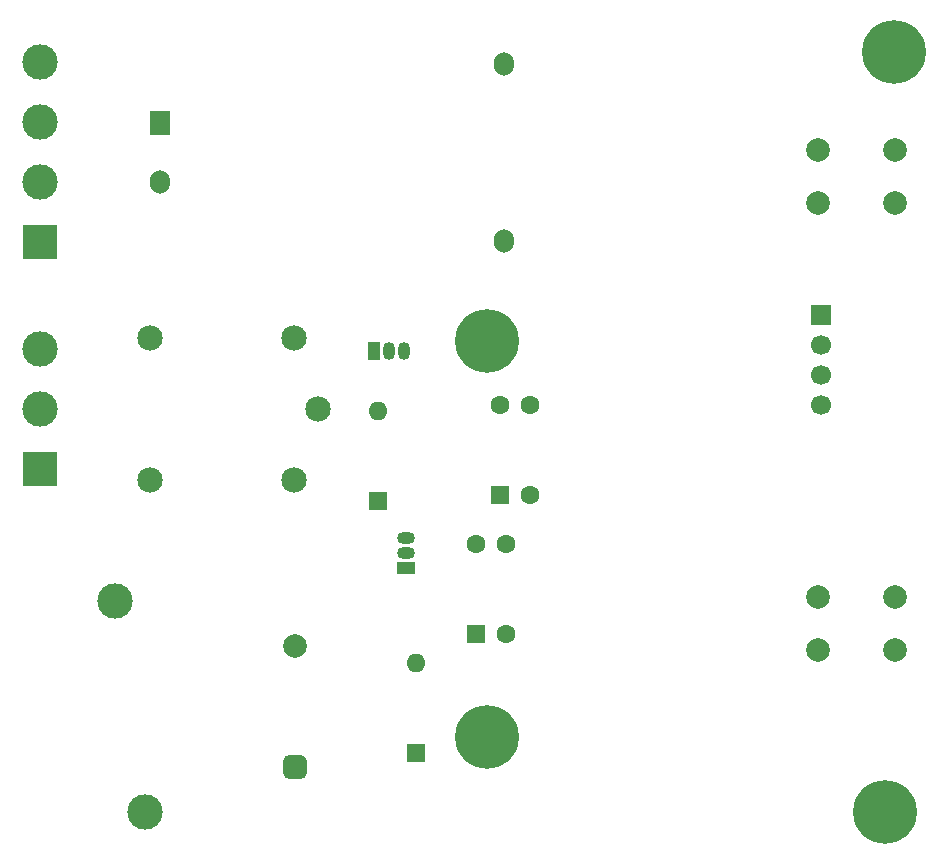
<source format=gbs>
G04 #@! TF.GenerationSoftware,KiCad,Pcbnew,9.0.1*
G04 #@! TF.CreationDate,2025-08-27T22:36:15+05:00*
G04 #@! TF.ProjectId,30A_home_automation_using_esp32,3330415f-686f-46d6-955f-6175746f6d61,rev?*
G04 #@! TF.SameCoordinates,Original*
G04 #@! TF.FileFunction,Soldermask,Bot*
G04 #@! TF.FilePolarity,Negative*
%FSLAX46Y46*%
G04 Gerber Fmt 4.6, Leading zero omitted, Abs format (unit mm)*
G04 Created by KiCad (PCBNEW 9.0.1) date 2025-08-27 22:36:15*
%MOMM*%
%LPD*%
G01*
G04 APERTURE LIST*
G04 Aperture macros list*
%AMRoundRect*
0 Rectangle with rounded corners*
0 $1 Rounding radius*
0 $2 $3 $4 $5 $6 $7 $8 $9 X,Y pos of 4 corners*
0 Add a 4 corners polygon primitive as box body*
4,1,4,$2,$3,$4,$5,$6,$7,$8,$9,$2,$3,0*
0 Add four circle primitives for the rounded corners*
1,1,$1+$1,$2,$3*
1,1,$1+$1,$4,$5*
1,1,$1+$1,$6,$7*
1,1,$1+$1,$8,$9*
0 Add four rect primitives between the rounded corners*
20,1,$1+$1,$2,$3,$4,$5,0*
20,1,$1+$1,$4,$5,$6,$7,0*
20,1,$1+$1,$6,$7,$8,$9,0*
20,1,$1+$1,$8,$9,$2,$3,0*%
G04 Aperture macros list end*
%ADD10C,0.800000*%
%ADD11C,5.400000*%
%ADD12R,3.000000X3.000000*%
%ADD13C,3.000000*%
%ADD14RoundRect,0.250000X0.550000X-0.550000X0.550000X0.550000X-0.550000X0.550000X-0.550000X-0.550000X0*%
%ADD15C,1.600000*%
%ADD16R,1.600000X1.600000*%
%ADD17O,1.600000X1.600000*%
%ADD18C,2.000000*%
%ADD19R,1.050000X1.500000*%
%ADD20O,1.050000X1.500000*%
%ADD21R,1.500000X1.050000*%
%ADD22O,1.500000X1.050000*%
%ADD23RoundRect,0.500000X-0.500000X-0.500000X0.500000X-0.500000X0.500000X0.500000X-0.500000X0.500000X0*%
%ADD24R,1.700000X1.700000*%
%ADD25C,1.700000*%
%ADD26R,1.700000X2.000000*%
%ADD27O,1.700000X2.000000*%
%ADD28C,2.154000*%
G04 APERTURE END LIST*
D10*
X152675000Y-115100000D03*
X153268109Y-113668109D03*
X153268109Y-116531891D03*
X154700000Y-113075000D03*
D11*
X154700000Y-115100000D03*
D10*
X154700000Y-117125000D03*
X156131891Y-113668109D03*
X156131891Y-116531891D03*
X156725000Y-115100000D03*
X118975000Y-108800000D03*
X119568109Y-107368109D03*
X119568109Y-110231891D03*
X121000000Y-106775000D03*
D11*
X121000000Y-108800000D03*
D10*
X121000000Y-110825000D03*
X122431891Y-107368109D03*
X122431891Y-110231891D03*
X123025000Y-108800000D03*
D12*
X83200000Y-66920000D03*
D13*
X83200000Y-61840000D03*
X83200000Y-56760000D03*
X83200000Y-51680000D03*
D14*
X122125000Y-88300000D03*
D15*
X124665000Y-88300000D03*
X124665000Y-80680000D03*
X122125000Y-80680000D03*
D16*
X115000000Y-110110000D03*
D17*
X115000000Y-102490000D03*
D12*
X83200000Y-86080000D03*
D13*
X83200000Y-81000000D03*
X83200000Y-75920000D03*
D18*
X155550000Y-101450000D03*
X149050000Y-101450000D03*
X155550000Y-96950000D03*
X149050000Y-96950000D03*
D19*
X111430000Y-76100000D03*
D20*
X112700000Y-76100000D03*
X113970000Y-76100000D03*
D21*
X114160000Y-94440000D03*
D22*
X114160000Y-93170000D03*
X114160000Y-91900000D03*
D13*
X92090000Y-115100000D03*
X89550000Y-97300000D03*
D23*
X104750000Y-111300000D03*
D18*
X104750000Y-101100000D03*
D16*
X111800000Y-88810000D03*
D17*
X111800000Y-81190000D03*
D10*
X153475000Y-50800000D03*
X154068109Y-49368109D03*
X154068109Y-52231891D03*
X155500000Y-48775000D03*
D11*
X155500000Y-50800000D03*
D10*
X155500000Y-52825000D03*
X156931891Y-49368109D03*
X156931891Y-52231891D03*
X157525000Y-50800000D03*
D24*
X149320000Y-73050000D03*
D25*
X149320000Y-75590000D03*
X149320000Y-78130000D03*
X149320000Y-80670000D03*
D26*
X93345000Y-56837500D03*
D27*
X93345000Y-61837500D03*
X122425000Y-51837500D03*
X122425000Y-66837500D03*
D28*
X104700000Y-87000000D03*
X104700000Y-75000000D03*
X106700000Y-81000000D03*
X92500000Y-87000000D03*
X92500000Y-75000000D03*
D18*
X149050000Y-59100000D03*
X155550000Y-59100000D03*
X149050000Y-63600000D03*
X155550000Y-63600000D03*
D10*
X118975000Y-75225000D03*
X119568109Y-73793109D03*
X119568109Y-76656891D03*
X121000000Y-73200000D03*
D11*
X121000000Y-75225000D03*
D10*
X121000000Y-77250000D03*
X122431891Y-73793109D03*
X122431891Y-76656891D03*
X123025000Y-75225000D03*
D14*
X120125000Y-100100000D03*
D15*
X122665000Y-100100000D03*
X122665000Y-92480000D03*
X120125000Y-92480000D03*
M02*

</source>
